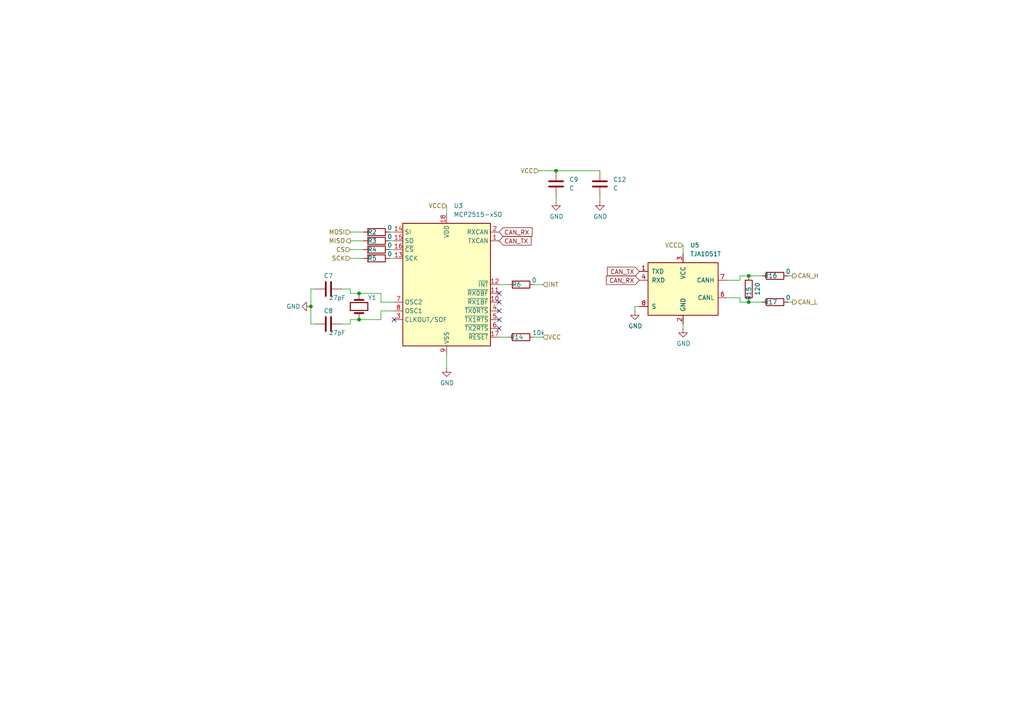
<source format=kicad_sch>
(kicad_sch (version 20211123) (generator eeschema)
  (paper "A4")
  (lib_symbols
    (symbol "Device:C" (pin_numbers hide) (pin_names (offset 0.254))
      (property "Reference" "C" (at 0.635 2.54 0))
      (property "Value" "C" (at 0.635 -2.54 0))
      (symbol "C_0_1"
        (polyline (pts (xy -2.032 -0.762) (xy 2.032 -0.762)) (stroke (width 0.508)))
        (polyline (pts (xy -2.032 0.762) (xy 2.032 0.762)) (stroke (width 0.508)))
      )
      (symbol "C_1_1"
        (pin passive line (at 0 3.81 270) (length 2.794) (name "~") (number "1"))
        (pin passive line (at 0 -3.81 90) (length 2.794) (name "~") (number "2"))
      )
    )
    (symbol "Device:Crystal" (pin_numbers hide) (pin_names (offset 1.016) hide)
      (property "Reference" "Y" (at 0 3.81 0))
      (property "Value" "Crystal" (at 0 -3.81 0))
      (symbol "Crystal_0_1"
        (rectangle (start -1.143 2.54) (end 1.143 -2.54) (stroke (width 0.3048)))
        (polyline (pts (xy -2.54 0) (xy -1.905 0)))
        (polyline (pts (xy -1.905 -1.27) (xy -1.905 1.27)) (stroke (width 0.508)))
        (polyline (pts (xy 1.905 -1.27) (xy 1.905 1.27)) (stroke (width 0.508)))
        (polyline (pts (xy 2.54 0) (xy 1.905 0)))
      )
      (symbol "Crystal_1_1"
        (pin passive line (at -3.81 0 0) (length 1.27) (name "1") (number "1"))
        (pin passive line (at 3.81 0 180) (length 1.27) (name "2") (number "2"))
      )
    )
    (symbol "Device:R" (pin_numbers hide) (pin_names (offset 0))
      (property "Reference" "R" (at 2.032 0 90))
      (property "Value" "R" (at 0 0 90))
      (symbol "R_0_1"
        (rectangle (start -1.016 -2.54) (end 1.016 2.54) (stroke (width 0.254)))
      )
      (symbol "R_1_1"
        (pin passive line (at 0 3.81 270) (length 1.27) (name "~") (number "1"))
        (pin passive line (at 0 -3.81 90) (length 1.27) (name "~") (number "2"))
      )
    )
    (symbol "Interface_CAN_LIN:MCP2515-xSO"
      (property "Reference" "U" (at -10.16 19.685 0))
      (property "Value" "MCP2515-xSO" (at 19.05 20.32 0))
      (symbol "MCP2515-xSO_0_1"
        (rectangle (start -12.7 17.78) (end 12.7 -17.78) (stroke (width 0.254)) (fill (type background)))
      )
      (symbol "MCP2515-xSO_1_1"
        (pin output line (at 15.24 12.7 180) (length 2.54) (name "TXCAN") (number "1"))
        (pin output line (at 15.24 -5.08 180) (length 2.54) (name "~{RX1BF}") (number "10"))
        (pin output line (at 15.24 -2.54 180) (length 2.54) (name "~{RX0BF}") (number "11"))
        (pin output line (at 15.24 0 180) (length 2.54) (name "~{INT}") (number "12"))
        (pin input line (at -15.24 7.62 0) (length 2.54) (name "SCK") (number "13"))
        (pin input line (at -15.24 15.24 0) (length 2.54) (name "SI") (number "14"))
        (pin output line (at -15.24 12.7 0) (length 2.54) (name "SO") (number "15"))
        (pin input line (at -15.24 10.16 0) (length 2.54) (name "~{CS}") (number "16"))
        (pin input line (at 15.24 -15.24 180) (length 2.54) (name "~{RESET}") (number "17"))
        (pin power_in line (at 0 20.32 270) (length 2.54) (name "VDD") (number "18"))
        (pin input line (at 15.24 15.24 180) (length 2.54) (name "RXCAN") (number "2"))
        (pin output line (at -15.24 -10.16 0) (length 2.54) (name "CLKOUT/SOF") (number "3"))
        (pin input line (at 15.24 -7.62 180) (length 2.54) (name "~{TX0RTS}") (number "4"))
        (pin input line (at 15.24 -10.16 180) (length 2.54) (name "~{TX1RTS}") (number "5"))
        (pin input line (at 15.24 -12.7 180) (length 2.54) (name "~{TX2RTS}") (number "6"))
        (pin output line (at -15.24 -5.08 0) (length 2.54) (name "OSC2") (number "7"))
        (pin input line (at -15.24 -7.62 0) (length 2.54) (name "OSC1") (number "8"))
        (pin power_in line (at 0 -20.32 90) (length 2.54) (name "VSS") (number "9"))
      )
    )
    (symbol "Interface_CAN_LIN:TJA1051T" (pin_names (offset 1.016))
      (property "Reference" "U" (at -10.16 8.89 0))
      (property "Value" "TJA1051T" (at 1.27 8.89 0))
      (symbol "TJA1051T_0_1"
        (rectangle (start -10.16 7.62) (end 10.16 -7.62) (stroke (width 0.254)) (fill (type background)))
      )
      (symbol "TJA1051T_1_1"
        (pin input line (at -12.7 5.08 0) (length 2.54) (name "TXD") (number "1"))
        (pin power_in line (at 0 -10.16 90) (length 2.54) (name "GND") (number "2"))
        (pin power_in line (at 0 10.16 270) (length 2.54) (name "VCC") (number "3"))
        (pin output line (at -12.7 2.54 0) (length 2.54) (name "RXD") (number "4"))
        (pin no_connect line (at -12.7 -2.54 0) (length 2.54) hide (name "n.c.") (number "5"))
        (pin bidirectional line (at 12.7 -2.54 180) (length 2.54) (name "CANL") (number "6"))
        (pin bidirectional line (at 12.7 2.54 180) (length 2.54) (name "CANH") (number "7"))
        (pin input line (at -12.7 -5.08 0) (length 2.54) (name "S") (number "8"))
      )
    )
    (symbol "power:GND" (power) (pin_names (offset 0))
      (property "Value" "GND" (at 0 -3.81 0))
      (symbol "GND_0_1"
        (polyline (pts (xy 0 0) (xy 0 -1.27) (xy 1.27 -1.27) (xy 0 -2.54) (xy -1.27 -1.27) (xy 0 -1.27)))
      )
      (symbol "GND_1_1"
        (pin power_in line (at 0 0 270) (length 0) hide (name "GND") (number "1"))
      )
    )
  )
  (junction (at 161.29 49.53))
  (junction (at 104.14 92.71))
  (junction (at 217.17 87.63))
  (junction (at 217.17 80.01))
  (junction (at 90.17 88.9))
  (junction (at 104.14 85.09))
  (no_connect (at 114.3 92.71))
  (no_connect (at 144.78 90.17))
  (no_connect (at 144.78 92.71))
  (no_connect (at 144.78 95.25))
  (no_connect (at 144.78 87.63))
  (no_connect (at 144.78 85.09))
  (wire (pts (xy 90.17 83.82) (xy 91.44 83.82)))
  (wire (pts (xy 173.99 49.53) (xy 161.29 49.53)))
  (wire (pts (xy 99.06 83.82) (xy 101.6 83.82)))
  (wire (pts (xy 90.17 93.98) (xy 91.44 93.98)))
  (wire (pts (xy 99.06 93.98) (xy 101.6 93.98)))
  (wire (pts (xy 161.29 58.42) (xy 161.29 57.15)))
  (wire (pts (xy 214.63 86.36) (xy 214.63 87.63)))
  (wire (pts (xy 154.94 82.55) (xy 157.48 82.55)))
  (wire (pts (xy 184.15 88.9) (xy 185.42 88.9)))
  (wire (pts (xy 147.32 97.79) (xy 144.78 97.79)))
  (wire (pts (xy 214.63 87.63) (xy 217.17 87.63)))
  (wire (pts (xy 110.49 85.09) (xy 104.14 85.09)))
  (wire (pts (xy 101.6 85.09) (xy 104.14 85.09)))
  (wire (pts (xy 114.3 90.17) (xy 110.49 90.17)))
  (wire (pts (xy 101.6 72.39) (xy 105.41 72.39)))
  (wire (pts (xy 129.54 102.87) (xy 129.54 106.68)))
  (wire (pts (xy 214.63 80.01) (xy 217.17 80.01)))
  (wire (pts (xy 110.49 90.17) (xy 110.49 92.71)))
  (wire (pts (xy 114.3 87.63) (xy 110.49 87.63)))
  (wire (pts (xy 210.82 86.36) (xy 214.63 86.36)))
  (wire (pts (xy 104.14 92.71) (xy 110.49 92.71)))
  (wire (pts (xy 184.15 90.17) (xy 184.15 88.9)))
  (wire (pts (xy 214.63 81.28) (xy 214.63 80.01)))
  (wire (pts (xy 113.03 74.93) (xy 114.3 74.93)))
  (wire (pts (xy 101.6 69.85) (xy 105.41 69.85)))
  (wire (pts (xy 101.6 74.93) (xy 105.41 74.93)))
  (wire (pts (xy 101.6 92.71) (xy 104.14 92.71)))
  (wire (pts (xy 101.6 93.98) (xy 101.6 92.71)))
  (wire (pts (xy 110.49 87.63) (xy 110.49 85.09)))
  (wire (pts (xy 210.82 81.28) (xy 214.63 81.28)))
  (wire (pts (xy 113.03 72.39) (xy 114.3 72.39)))
  (wire (pts (xy 161.29 49.53) (xy 156.21 49.53)))
  (wire (pts (xy 101.6 83.82) (xy 101.6 85.09)))
  (wire (pts (xy 217.17 87.63) (xy 220.98 87.63)))
  (wire (pts (xy 144.78 82.55) (xy 147.32 82.55)))
  (wire (pts (xy 154.94 97.79) (xy 157.48 97.79)))
  (wire (pts (xy 228.6 87.63) (xy 229.87 87.63)))
  (wire (pts (xy 198.12 71.12) (xy 198.12 73.66)))
  (wire (pts (xy 113.03 67.31) (xy 114.3 67.31)))
  (wire (pts (xy 198.12 93.98) (xy 198.12 95.25)))
  (wire (pts (xy 113.03 69.85) (xy 114.3 69.85)))
  (wire (pts (xy 217.17 80.01) (xy 220.98 80.01)))
  (wire (pts (xy 173.99 58.42) (xy 173.99 57.15)))
  (wire (pts (xy 90.17 88.9) (xy 90.17 93.98)))
  (wire (pts (xy 129.54 59.69) (xy 129.54 62.23)))
  (wire (pts (xy 90.17 83.82) (xy 90.17 88.9)))
  (wire (pts (xy 101.6 67.31) (xy 105.41 67.31)))
  (wire (pts (xy 228.6 80.01) (xy 229.87 80.01)))
  (global_label "CAN_TX" (shape input) (at 185.42 78.74 180) (property "Intersheet References" "${INTERSHEET_REFS}" (effects hide)))
  (global_label "CAN_TX" (shape input) (at 144.78 69.85 0) (property "Intersheet References" "${INTERSHEET_REFS}" (effects hide)))
  (global_label "CAN_RX" (shape input) (at 144.78 67.31 0) (property "Intersheet References" "${INTERSHEET_REFS}" (effects hide)))
  (global_label "CAN_RX" (shape input) (at 185.42 81.28 180) (property "Intersheet References" "${INTERSHEET_REFS}" (effects hide)))
  (hierarchical_label "CAN_H" (shape output) (at 229.87 80.01 0))
  (hierarchical_label "CAN_L" (shape output) (at 229.87 87.63 0))
  (hierarchical_label "VCC" (shape input) (at 198.12 71.12 180))
  (hierarchical_label "SCK" (shape input) (at 101.6 74.93 180))
  (hierarchical_label "MOSI" (shape input) (at 101.6 67.31 180))
  (hierarchical_label "VCC" (shape input) (at 157.48 97.79 0))
  (hierarchical_label "INT" (shape input) (at 157.48 82.55 0))
  (hierarchical_label "CS" (shape input) (at 101.6 72.39 180))
  (hierarchical_label "VCC" (shape input) (at 156.21 49.53 180))
  (hierarchical_label "VCC" (shape input) (at 129.54 59.69 180))
  (hierarchical_label "MISO" (shape output) (at 101.6 69.85 180))
  (symbol (lib_id "Device:R") (at 151.13 97.79 90) (unit 1)
    (property "Reference" "R14" (at 149.86 97.79 90))
    (property "Value" "10k" (at 156.21 96.52 90))
    (property "Footprint" "Resistor_SMD:R_0805_2012Metric" (effects hide))
  )
  (symbol (lib_id "Device:Crystal") (at 104.14 88.9 90) (unit 1)
    (property "Reference" "Y1" (at 106.68 86.36 90) (effects (justify right)))
    (property "Value" "Crystal" (effects hide))
    (property "Footprint" "Crystal:Crystal_HC49-4H_Vertical" (effects hide))
  )
  (symbol (lib_id "power:GND") (at 173.99 58.42 0) (unit 1)
    (property "Reference" "#PWR0131" (effects hide))
    (property "Value" "GND" (at 174.117 62.8142 0))
  )
  (symbol (lib_id "Interface_CAN_LIN:MCP2515-xSO") (at 129.54 82.55 0) (unit 1)
    (property "Reference" "U3" (at 131.5594 59.69 0) (effects (justify left)))
    (property "Value" "MCP2515-xSO" (at 131.5594 62.23 0) (effects (justify left)))
    (property "Footprint" "Package_SO:SOIC-18W_7.5x11.6mm_P1.27mm" (effects hide))
    (property "Datasheet" "http://ww1.microchip.com/downloads/en/DeviceDoc/21801e.pdf" (effects hide))
  )
  (symbol (lib_id "Device:R") (at 224.79 80.01 90) (unit 1)
    (property "Reference" "R16" (at 223.52 80.01 90))
    (property "Value" "0" (at 228.6 78.74 90))
    (property "Footprint" "Resistor_SMD:R_0805_2012Metric" (effects hide))
  )
  (symbol (lib_id "power:GND") (at 90.17 88.9 270) (unit 1)
    (property "Reference" "#PWR0126" (effects hide))
    (property "Value" "GND" (at 85.09 88.9 90))
  )
  (symbol (lib_id "Interface_CAN_LIN:TJA1051T") (at 198.12 83.82 0) (unit 1)
    (property "Reference" "U5" (at 200.1394 71.12 0) (effects (justify left)))
    (property "Value" "TJA1051T" (at 200.1394 73.66 0) (effects (justify left)))
    (property "Footprint" "Package_SO:SOIC-8_3.9x4.9mm_P1.27mm" (effects hide))
    (property "Datasheet" "http://www.nxp.com/documents/data_sheet/TJA1051.pdf" (effects hide))
  )
  (symbol (lib_id "Device:R") (at 109.22 74.93 90) (unit 1)
    (property "Reference" "R5" (at 107.95 74.93 90))
    (property "Value" "0" (at 113.03 73.66 90))
    (property "Footprint" "Resistor_SMD:R_0805_2012Metric" (effects hide))
  )
  (symbol (lib_id "Device:R") (at 109.22 72.39 90) (unit 1)
    (property "Reference" "R4" (at 107.95 72.39 90))
    (property "Value" "0" (at 113.03 71.12 90))
    (property "Footprint" "Resistor_SMD:R_0805_2012Metric" (effects hide))
  )
  (symbol (lib_id "power:GND") (at 161.29 58.42 0) (unit 1)
    (property "Reference" "#PWR0130" (effects hide))
    (property "Value" "GND" (at 161.417 62.8142 0))
  )
  (symbol (lib_id "Device:R") (at 151.13 82.55 90) (unit 1)
    (property "Reference" "R6" (at 149.86 82.55 90))
    (property "Value" "0" (at 154.94 81.28 90))
    (property "Footprint" "Resistor_SMD:R_0805_2012Metric" (effects hide))
  )
  (symbol (lib_id "power:GND") (at 129.54 106.68 0) (unit 1)
    (property "Reference" "#PWR0134" (effects hide))
    (property "Value" "GND" (at 129.667 111.0742 0))
  )
  (symbol (lib_id "Device:R") (at 109.22 69.85 90) (unit 1)
    (property "Reference" "R3" (at 107.95 69.85 90))
    (property "Value" "0" (at 113.03 68.58 90))
    (property "Footprint" "Resistor_SMD:R_0805_2012Metric" (effects hide))
  )
  (symbol (lib_id "Device:C") (at 95.25 93.98 90) (unit 1)
    (property "Reference" "C8" (at 95.25 90.17 90))
    (property "Value" "27pF" (at 97.79 96.52 90))
    (property "Footprint" "Capacitor_SMD:C_0603_1608Metric" (effects hide))
  )
  (symbol (lib_id "Device:C") (at 95.25 83.82 90) (unit 1)
    (property "Reference" "C7" (at 95.25 80.01 90))
    (property "Value" "27pF" (at 97.79 86.36 90))
    (property "Footprint" "Capacitor_SMD:C_0603_1608Metric" (effects hide))
  )
  (symbol (lib_id "power:GND") (at 198.12 95.25 0) (unit 1)
    (property "Reference" "#PWR0133" (effects hide))
    (property "Value" "GND" (at 198.247 99.6442 0))
  )
  (symbol (lib_id "Device:C") (at 173.99 53.34 0) (unit 1)
    (property "Reference" "C12" (at 177.8 52.0699 0) (effects (justify left)))
    (property "Value" "C" (at 177.8 54.6099 0) (effects (justify left)))
    (property "Footprint" "Capacitor_SMD:C_0603_1608Metric" (effects hide))
  )
  (symbol (lib_id "Device:C") (at 161.29 53.34 0) (unit 1)
    (property "Reference" "C9" (at 165.1 52.0699 0) (effects (justify left)))
    (property "Value" "C" (at 165.1 54.6099 0) (effects (justify left)))
    (property "Footprint" "Capacitor_SMD:C_0603_1608Metric" (effects hide))
  )
  (symbol (lib_id "power:GND") (at 184.15 90.17 0) (unit 1)
    (property "Reference" "#PWR0132" (effects hide))
    (property "Value" "GND" (at 184.277 94.5642 0))
  )
  (symbol (lib_id "Device:R") (at 217.17 83.82 180) (unit 1)
    (property "Reference" "R15" (at 217.17 85.09 90))
    (property "Value" "120" (at 219.71 83.82 90))
    (property "Footprint" "Resistor_SMD:R_0805_2012Metric" (effects hide))
  )
  (symbol (lib_id "Device:R") (at 224.79 87.63 90) (unit 1)
    (property "Reference" "R17" (at 223.52 87.63 90))
    (property "Value" "0" (at 228.6 86.36 90))
    (property "Footprint" "Resistor_SMD:R_0805_2012Metric" (effects hide))
  )
  (symbol (lib_id "Device:R") (at 109.22 67.31 90) (unit 1)
    (property "Reference" "R2" (at 107.95 67.31 90))
    (property "Value" "0" (at 113.03 66.04 90))
    (property "Footprint" "Resistor_SMD:R_0805_2012Metric" (effects hide))
  )
)
</source>
